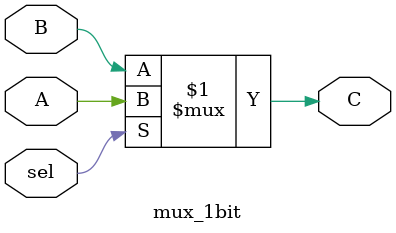
<source format=v>
`timescale 1ns / 1ps


module mux_1bit(input A, input B, input sel, output C);
    assign C = (sel) ? A : B ;
endmodule

</source>
